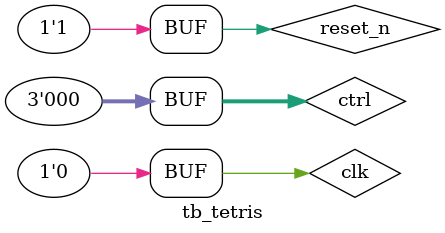
<source format=v>
`timescale 1ns / 1ps

module tb_tetris;

  reg [3:0] x;
  reg [4:0] y;
  reg [2:0] ctrl;
  reg clk;
  reg reset_n;
  wire [4*4-1:0] score;
  wire [2:0] type;
  wire [2:0] hold;
  wire [2:0] next_0;
  wire [2:0] next_1;
  wire [2:0] next_2;
  wire [2:0] next_3;
  
  tetris tetris_0(
    .x(x),
    .y(y),
    .ctrl(ctrl),
    .clk(clk),
    .reset_n(reset_n),
    .score(score),
    .type(type),
    .hold(hold),
    .next_0(next_0),
    .next_1(next_1),
    .next_2(next_2),
    .next_3(next_3)
  );
  
  always begin
    clk = 1'b1;
    #1 clk = 1'b0;
    #1;
  end
   
  initial begin
    ctrl <= 0;
    reset_n <= 0;
    #2.1 reset_n <= 1;
  end
  
  always @(negedge clk) begin
    $display("==========");
    for (y = 0; y < 20; y = y + 1) begin
      for (x = 0; x < 10; x = x + 1) begin
        #0.001; 
        $write("%d", type);
      end
      $display;
    end
  end
  
endmodule

</source>
